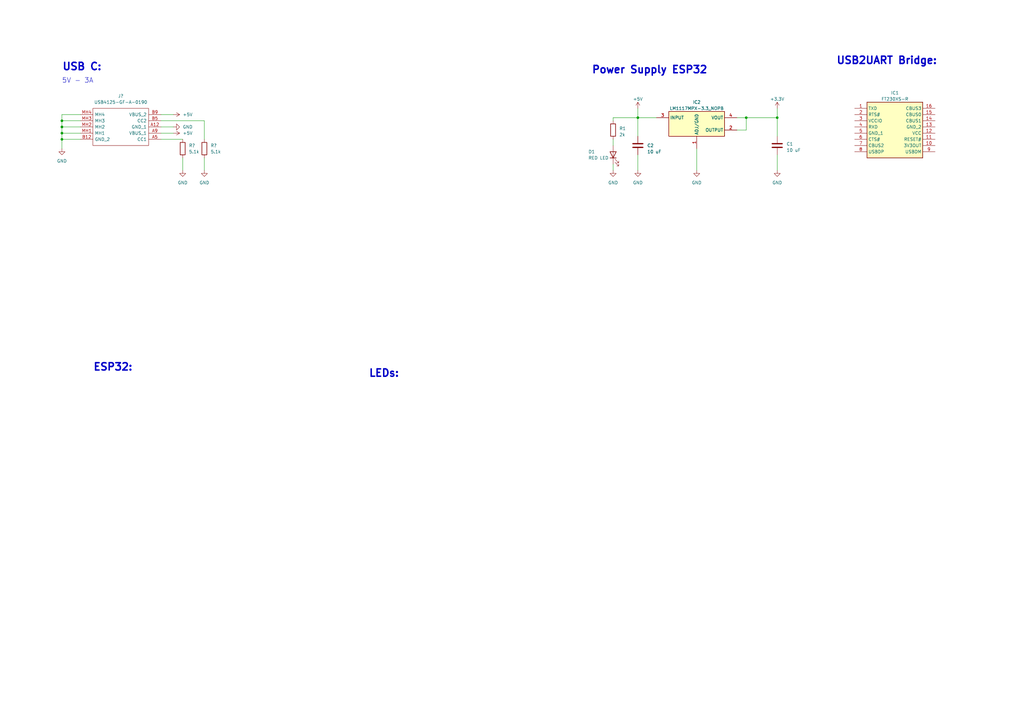
<source format=kicad_sch>
(kicad_sch (version 20230121) (generator eeschema)
  (paper "A3")
  (lib_symbols
    (symbol "+5V_1" (power) (pin_names (offset 0))
      (property "Value" "+5V_1" (at 0 3.556 0))
      (symbol "+5V_1_0_1"
        (polyline (pts (xy -0.762 1.27) (xy 0 2.54)))
        (polyline (pts (xy 0 0) (xy 0 2.54)))
        (polyline (pts (xy 0 2.54) (xy 0.762 1.27)))
      )
      (symbol "+5V_1_1_1"
        (pin power_in line (at 0 0 90) (length 0) hide (name "+5V") (number "1"))
      )
    )
    (symbol "Device:C" (pin_numbers hide) (pin_names (offset 0.254))
      (property "Reference" "C" (at 0.635 2.54 0))
      (property "Value" "C" (at 0.635 -2.54 0))
      (symbol "C_0_1"
        (polyline (pts (xy -2.032 -0.762) (xy 2.032 -0.762)) (stroke (width 0.508)))
        (polyline (pts (xy -2.032 0.762) (xy 2.032 0.762)) (stroke (width 0.508)))
      )
      (symbol "C_1_1"
        (pin passive line (at 0 3.81 270) (length 2.794) (name "~") (number "1"))
        (pin passive line (at 0 -3.81 90) (length 2.794) (name "~") (number "2"))
      )
    )
    (symbol "Device:LED" (pin_numbers hide) (pin_names (offset 1.016) hide)
      (property "Reference" "D" (at 0 2.54 0))
      (property "Value" "LED" (at 0 -2.54 0))
      (symbol "LED_0_1"
        (polyline (pts (xy -1.27 -1.27) (xy -1.27 1.27)) (stroke (width 0.254)))
        (polyline (pts (xy -1.27 0) (xy 1.27 0)))
        (polyline (pts (xy 1.27 -1.27) (xy 1.27 1.27) (xy -1.27 0) (xy 1.27 -1.27)) (stroke (width 0.254)))
        (polyline (pts (xy -3.048 -0.762) (xy -4.572 -2.286) (xy -3.81 -2.286) (xy -4.572 -2.286) (xy -4.572 -1.524)))
        (polyline (pts (xy -1.778 -0.762) (xy -3.302 -2.286) (xy -2.54 -2.286) (xy -3.302 -2.286) (xy -3.302 -1.524)))
      )
      (symbol "LED_1_1"
        (pin passive line (at -3.81 0 0) (length 2.54) (name "K") (number "1"))
        (pin passive line (at 3.81 0 180) (length 2.54) (name "A") (number "2"))
      )
    )
    (symbol "Device:R" (pin_numbers hide) (pin_names (offset 0))
      (property "Reference" "R" (at 2.032 0 90))
      (property "Value" "R" (at 0 0 90))
      (symbol "R_0_1"
        (rectangle (start -1.016 -2.54) (end 1.016 2.54) (stroke (width 0.254)))
      )
      (symbol "R_1_1"
        (pin passive line (at 0 3.81 270) (length 1.27) (name "~") (number "1"))
        (pin passive line (at 0 -3.81 90) (length 1.27) (name "~") (number "2"))
      )
    )
    (symbol "FT230XS-R:FT230XS-R"
      (property "Reference" "IC" (at 29.21 7.62 0))
      (property "Value" "FT230XS-R" (at 29.21 5.08 0))
      (symbol "FT230XS-R_1_1"
        (rectangle (start 5.08 2.54) (end 27.94 -20.32) (stroke (width 0.254)) (fill (type background)))
        (pin passive line (at 0 0 0) (length 5.08) (name "TXD") (number "1"))
        (pin passive line (at 33.02 -15.24 180) (length 5.08) (name "3V3OUT") (number "10"))
        (pin passive line (at 33.02 -12.7 180) (length 5.08) (name "RESET#") (number "11"))
        (pin passive line (at 33.02 -10.16 180) (length 5.08) (name "VCC") (number "12"))
        (pin passive line (at 33.02 -7.62 180) (length 5.08) (name "GND_2") (number "13"))
        (pin passive line (at 33.02 -5.08 180) (length 5.08) (name "CBUS1") (number "14"))
        (pin passive line (at 33.02 -2.54 180) (length 5.08) (name "CBUS0") (number "15"))
        (pin passive line (at 33.02 0 180) (length 5.08) (name "CBUS3") (number "16"))
        (pin passive line (at 0 -2.54 0) (length 5.08) (name "RTS#") (number "2"))
        (pin passive line (at 0 -5.08 0) (length 5.08) (name "VCCIO") (number "3"))
        (pin passive line (at 0 -7.62 0) (length 5.08) (name "RXD") (number "4"))
        (pin passive line (at 0 -10.16 0) (length 5.08) (name "GND_1") (number "5"))
        (pin passive line (at 0 -12.7 0) (length 5.08) (name "CTS#") (number "6"))
        (pin passive line (at 0 -15.24 0) (length 5.08) (name "CBUS2") (number "7"))
        (pin passive line (at 0 -17.78 0) (length 5.08) (name "USBDP") (number "8"))
        (pin passive line (at 33.02 -17.78 180) (length 5.08) (name "USBDM") (number "9"))
      )
    )
    (symbol "GND_1" (power) (pin_names (offset 0))
      (property "Value" "GND_1" (at 0 -3.81 0))
      (symbol "GND_1_0_1"
        (polyline (pts (xy 0 0) (xy 0 -1.27) (xy 1.27 -1.27) (xy 0 -2.54) (xy -1.27 -1.27) (xy 0 -1.27)))
      )
      (symbol "GND_1_1_1"
        (pin power_in line (at 0 0 270) (length 0) hide (name "GND") (number "1"))
      )
    )
    (symbol "GND_2" (power) (pin_names (offset 0))
      (property "Value" "GND_2" (at 0 -3.81 0))
      (symbol "GND_2_0_1"
        (polyline (pts (xy 0 0) (xy 0 -1.27) (xy 1.27 -1.27) (xy 0 -2.54) (xy -1.27 -1.27) (xy 0 -1.27)))
      )
      (symbol "GND_2_1_1"
        (pin power_in line (at 0 0 270) (length 0) hide (name "GND") (number "1"))
      )
    )
    (symbol "LM1117MPX-3_3_NOPB:LM1117MPX-3.3_NOPB"
      (property "Reference" "IC2" (at 16.51 6.35 0))
      (property "Value" "LM1117MPX-3.3_NOPB" (at 16.51 3.81 0))
      (symbol "LM1117MPX-3.3_NOPB_1_1"
        (rectangle (start 5.08 2.54) (end 27.94 -7.62) (stroke (width 0.254)) (fill (type background)))
        (pin passive line (at 16.51 -12.7 90) (length 5.08) (name "ADJ/GND") (number "1"))
        (pin passive line (at 33.02 -5.08 180) (length 5.08) (name "OUTPUT") (number "2"))
        (pin passive line (at 0 0 0) (length 5.08) (name "INPUT") (number "3"))
        (pin passive line (at 33.02 0 180) (length 5.08) (name "VOUT") (number "4"))
      )
    )
    (symbol "USB4125-GF-A-0190:USB4125-GF-A-0190" (pin_names (offset 0.762))
      (property "Reference" "J" (at 29.21 7.62 0))
      (property "Value" "USB4125-GF-A-0190" (at 29.21 5.08 0))
      (symbol "USB4125-GF-A-0190_0_0"
        (pin passive line (at 0 -5.08 0) (length 5.08) (name "GND_1") (number "A12"))
        (pin passive line (at 0 0 0) (length 5.08) (name "CC1") (number "A5"))
        (pin passive line (at 0 -2.54 0) (length 5.08) (name "VBUS_1") (number "A9"))
        (pin passive line (at 33.02 0 180) (length 5.08) (name "GND_2") (number "B12"))
        (pin passive line (at 0 -7.62 0) (length 5.08) (name "CC2") (number "B5"))
        (pin passive line (at 0 -10.16 0) (length 5.08) (name "VBUS_2") (number "B9"))
        (pin passive line (at 33.02 -2.54 180) (length 5.08) (name "MH1") (number "MH1"))
        (pin passive line (at 33.02 -5.08 180) (length 5.08) (name "MH2") (number "MH2"))
        (pin passive line (at 33.02 -7.62 180) (length 5.08) (name "MH3") (number "MH3"))
        (pin passive line (at 33.02 -10.16 180) (length 5.08) (name "MH4") (number "MH4"))
      )
      (symbol "USB4125-GF-A-0190_0_1"
        (polyline (pts (xy 5.08 2.54) (xy 27.94 2.54) (xy 27.94 -12.7) (xy 5.08 -12.7) (xy 5.08 2.54)) (stroke (width 0.1524)))
      )
    )
    (symbol "power:+3.3V" (power) (pin_names (offset 0))
      (property "Value" "+3.3V" (at 0 3.556 0))
      (symbol "+3.3V_0_1"
        (polyline (pts (xy -0.762 1.27) (xy 0 2.54)))
        (polyline (pts (xy 0 0) (xy 0 2.54)))
        (polyline (pts (xy 0 2.54) (xy 0.762 1.27)))
      )
      (symbol "+3.3V_1_1"
        (pin power_in line (at 0 0 90) (length 0) hide (name "+3.3V") (number "1"))
      )
    )
    (symbol "power:+5V" (power) (pin_names (offset 0))
      (property "Value" "+5V" (at 0 3.556 0))
      (symbol "+5V_0_1"
        (polyline (pts (xy -0.762 1.27) (xy 0 2.54)))
        (polyline (pts (xy 0 0) (xy 0 2.54)))
        (polyline (pts (xy 0 2.54) (xy 0.762 1.27)))
      )
      (symbol "+5V_1_1"
        (pin power_in line (at 0 0 90) (length 0) hide (name "+5V") (number "1"))
      )
    )
    (symbol "power:GND" (power) (pin_names (offset 0))
      (property "Value" "GND" (at 0 -3.81 0))
      (symbol "GND_0_1"
        (polyline (pts (xy 0 0) (xy 0 -1.27) (xy 1.27 -1.27) (xy 0 -2.54) (xy -1.27 -1.27) (xy 0 -1.27)))
      )
      (symbol "GND_1_1"
        (pin power_in line (at 0 0 270) (length 0) hide (name "GND") (number "1"))
      )
    )
  )
  (junction (at 306.07 48.26))
  (junction (at 25.4 52.07))
  (junction (at 318.77 48.26))
  (junction (at 261.62 48.26))
  (junction (at 25.4 49.53))
  (junction (at 25.4 57.15))
  (junction (at 25.4 54.61))
  (wire (pts (xy 302.26 48.26) (xy 306.07 48.26)))
  (wire (pts (xy 25.4 52.07) (xy 25.4 54.61)))
  (wire (pts (xy 25.4 49.53) (xy 25.4 52.07)))
  (wire (pts (xy 83.82 49.53) (xy 83.82 57.15)))
  (wire (pts (xy 251.46 59.69) (xy 251.46 57.15)))
  (wire (pts (xy 66.04 54.61) (xy 71.12 54.61)))
  (wire (pts (xy 302.26 53.34) (xy 306.07 53.34)))
  (wire (pts (xy 25.4 57.15) (xy 25.4 60.96)))
  (wire (pts (xy 25.4 52.07) (xy 33.02 52.07)))
  (wire (pts (xy 269.24 48.26) (xy 261.62 48.26)))
  (wire (pts (xy 306.07 53.34) (xy 306.07 48.26)))
  (wire (pts (xy 25.4 54.61) (xy 33.02 54.61)))
  (wire (pts (xy 66.04 49.53) (xy 83.82 49.53)))
  (wire (pts (xy 25.4 49.53) (xy 33.02 49.53)))
  (wire (pts (xy 261.62 48.26) (xy 251.46 48.26)))
  (wire (pts (xy 261.62 69.85) (xy 261.62 63.5)))
  (wire (pts (xy 66.04 52.07) (xy 71.12 52.07)))
  (wire (pts (xy 251.46 69.85) (xy 251.46 67.31)))
  (wire (pts (xy 261.62 44.45) (xy 261.62 48.26)))
  (wire (pts (xy 318.77 48.26) (xy 318.77 55.88)))
  (wire (pts (xy 251.46 48.26) (xy 251.46 49.53)))
  (wire (pts (xy 83.82 64.77) (xy 83.82 69.85)))
  (wire (pts (xy 318.77 44.45) (xy 318.77 48.26)))
  (wire (pts (xy 66.04 46.99) (xy 71.12 46.99)))
  (wire (pts (xy 261.62 48.26) (xy 261.62 55.88)))
  (wire (pts (xy 33.02 57.15) (xy 25.4 57.15)))
  (wire (pts (xy 74.93 64.77) (xy 74.93 69.85)))
  (wire (pts (xy 318.77 63.5) (xy 318.77 69.85)))
  (wire (pts (xy 285.75 60.96) (xy 285.75 69.85)))
  (wire (pts (xy 25.4 46.99) (xy 25.4 49.53)))
  (wire (pts (xy 33.02 46.99) (xy 25.4 46.99)))
  (wire (pts (xy 66.04 57.15) (xy 74.93 57.15)))
  (wire (pts (xy 25.4 54.61) (xy 25.4 57.15)))
  (wire (pts (xy 306.07 48.26) (xy 318.77 48.26)))
  (text "LEDs:" (at 151.13 154.94 0) (effects (font (size 3 3) bold) (justify left bottom)))
  (text "5V - 3A" (at 25.4 34.29 0) (effects (font (size 2 2)) (justify left bottom)))
  (text "USB C:" (at 25.4 29.21 0) (effects (font (size 3 3) (thickness 0.6) bold) (justify left bottom)))
  (text "Power Supply ESP32" (at 242.57 30.48 0) (effects (font (size 3 3) (thickness 0.6) bold) (justify left bottom)))
  (text "ESP32:" (at 38.1 152.4 0) (effects (font (size 3 3) bold) (justify left bottom)))
  (text "USB2UART Bridge:" (at 342.9 26.67 0) (effects (font (size 3 3) (thickness 0.6) bold) (justify left bottom)))
  (symbol (lib_id "power:GND") (at 83.82 69.85 0) (unit 1)
    (property "Reference" "#PWR?" (effects hide))
    (property "Value" "GND" (at 83.82 74.93 0))
  )
  (symbol (lib_id "FT230XS-R:FT230XS-R") (at 350.52 44.45 0) (unit 1)
    (property "Reference" "IC1" (at 367.03 38.1 0))
    (property "Value" "FT230XS-R" (at 367.03 40.64 0))
    (property "Footprint" "SOP64P599X175-16N" (effects hide))
    (property "Datasheet" "http://www.ftdichip.com/Support/Documents/DataSheets/ICs/DS_FT230X.pdf" (effects hide))
    (property "Height" "1.753" (effects hide))
    (property "Mouser Part Number" "895-FT230XS-R" (effects hide))
    (property "Mouser Price/Stock" "https://www.mouser.co.uk/ProductDetail/FTDI/FT230XS-R?qs=Gp1Yz1mis3XyCLeYOseSng%3D%3D" (effects hide))
    (property "Manufacturer_Name" "FTDI Chip" (effects hide))
    (property "Manufacturer_Part_Number" "FT230XS-R" (effects hide))
  )
  (symbol (lib_id "Device:C") (at 261.62 59.69 0) (unit 1)
    (property "Reference" "C2" (at 265.43 59.69 0) (effects (justify left)))
    (property "Value" "10 uF" (at 265.43 62.23 0) (effects (justify left)))
  )
  (symbol (lib_name "GND_1") (lib_id "power:GND") (at 251.46 69.85 0) (unit 1)
    (property "Reference" "#PWR04" (effects hide))
    (property "Value" "GND" (at 251.46 74.93 0))
  )
  (symbol (lib_id "power:+3.3V") (at 318.77 44.45 0) (unit 1)
    (property "Reference" "#PWR06" (effects hide))
    (property "Value" "+3.3V" (at 318.77 40.64 0))
  )
  (symbol (lib_id "power:+5V") (at 71.12 46.99 270) (unit 1)
    (property "Reference" "#PWR?" (effects hide))
    (property "Value" "+5V" (at 74.93 46.9899 90) (effects (justify left)))
  )
  (symbol (lib_id "Device:R") (at 74.93 60.96 180) (unit 1)
    (property "Reference" "R?" (at 77.47 59.6899 0) (effects (justify right)))
    (property "Value" "5.1k" (at 77.47 62.2299 0) (effects (justify right)))
  )
  (symbol (lib_id "Device:LED") (at 251.46 63.5 90) (unit 1)
    (property "Reference" "D1" (at 241.3 62.23 90) (effects (justify right)))
    (property "Value" "RED LED" (at 241.3 64.77 90) (effects (justify right)))
  )
  (symbol (lib_id "power:GND") (at 25.4 60.96 0) (unit 1)
    (property "Reference" "#PWR?" (effects hide))
    (property "Value" "GND" (at 25.4 66.04 0))
  )
  (symbol (lib_id "USB4125-GF-A-0190:USB4125-GF-A-0190") (at 66.04 57.15 180) (unit 1)
    (property "Reference" "J?" (at 49.53 39.37 0))
    (property "Value" "USB4125-GF-A-0190" (at 49.53 41.91 0))
    (property "Footprint" "USB4125GFA0190" (effects hide))
    (property "Description" "USB Connectors USB C Rec GF RA 6P SMT TH Stakes 1.9mm" (effects hide))
    (property "Height" "3.41" (effects hide))
    (property "Mouser Part Number" "640-USB4125-GF-A-190" (effects hide))
    (property "Mouser Price/Stock" "https://www.mouser.co.uk/ProductDetail/GCT/USB4125-GF-A-0190?qs=QNEnbhJQKvbCz4hEJBS24w%3D%3D" (effects hide))
    (property "Manufacturer_Name" "GCT (GLOBAL CONNECTOR TECHNOLOGY)" (effects hide))
    (property "Manufacturer_Part_Number" "USB4125-GF-A-0190" (effects hide))
  )
  (symbol (lib_id "Device:R") (at 83.82 60.96 0) (unit 1)
    (property "Reference" "R?" (at 86.36 59.6899 0) (effects (justify left)))
    (property "Value" "5.1k" (at 86.36 62.2299 0) (effects (justify left)))
  )
  (symbol (lib_name "+5V_1") (lib_id "power:+5V") (at 261.62 44.45 0) (unit 1)
    (property "Reference" "#PWR05" (effects hide))
    (property "Value" "+5V" (at 261.62 40.64 0))
  )
  (symbol (lib_name "GND_1") (lib_id "power:GND") (at 261.62 69.85 0) (unit 1)
    (property "Reference" "#PWR03" (effects hide))
    (property "Value" "GND" (at 261.62 74.93 0))
  )
  (symbol (lib_id "Device:R") (at 251.46 53.34 0) (unit 1)
    (property "Reference" "R1" (at 254 52.705 0) (effects (justify left)))
    (property "Value" "2k" (at 254 55.245 0) (effects (justify left)))
  )
  (symbol (lib_id "LM1117MPX-3_3_NOPB:LM1117MPX-3.3_NOPB") (at 269.24 48.26 0) (unit 1)
    (property "Reference" "IC2" (at 285.75 41.91 0))
    (property "Value" "LM1117MPX-3.3_NOPB" (at 285.75 44.45 0))
    (property "Footprint" "SOT230P700X180-4N" (effects hide))
    (property "Datasheet" "http://www.ti.com/lit/ds/symlink/lm1117.pdf" (effects hide))
    (property "Height" "1.8" (effects hide))
    (property "Mouser Part Number" "926-LM1117MPX3.3NOPB" (effects hide))
    (property "Mouser Price/Stock" "https://www.mouser.co.uk/ProductDetail/Texas-Instruments/LM1117MPX-3.3-NOPB?qs=X1J7HmVL2ZHRbBIxXi4utg%3D%3D" (effects hide))
    (property "Manufacturer_Name" "Texas Instruments" (effects hide))
    (property "Manufacturer_Part_Number" "LM1117MPX-3.3/NOPB" (effects hide))
  )
  (symbol (lib_id "Device:C") (at 318.77 59.69 0) (unit 1)
    (property "Reference" "C1" (at 322.58 59.055 0) (effects (justify left)))
    (property "Value" "10 uF" (at 322.58 61.595 0) (effects (justify left)))
  )
  (symbol (lib_id "power:+5V") (at 71.12 54.61 270) (unit 1)
    (property "Reference" "#PWR?" (effects hide))
    (property "Value" "+5V" (at 74.93 54.6099 90) (effects (justify left)))
  )
  (symbol (lib_id "power:GND") (at 71.12 52.07 90) (unit 1)
    (property "Reference" "#PWR?" (effects hide))
    (property "Value" "GND" (at 74.93 52.0699 90) (effects (justify right)))
  )
  (symbol (lib_name "GND_2") (lib_id "power:GND") (at 318.77 69.85 0) (unit 1)
    (property "Reference" "#PWR02" (effects hide))
    (property "Value" "GND" (at 318.77 74.93 0))
  )
  (symbol (lib_name "GND_1") (lib_id "power:GND") (at 285.75 69.85 0) (unit 1)
    (property "Reference" "#PWR01" (effects hide))
    (property "Value" "GND" (at 285.75 74.93 0))
  )
  (symbol (lib_id "power:GND") (at 74.93 69.85 0) (unit 1)
    (property "Reference" "#PWR?" (effects hide))
    (property "Value" "GND" (at 74.93 74.93 0))
  )
)
</source>
